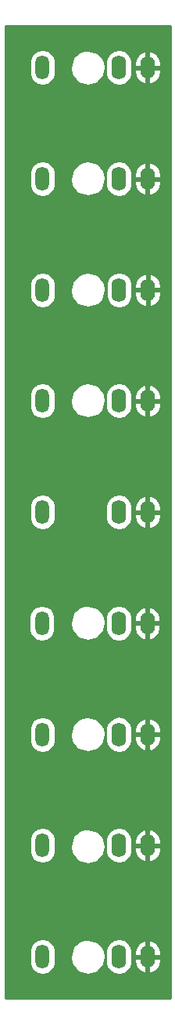
<source format=gbr>
G04 #@! TF.GenerationSoftware,KiCad,Pcbnew,(5.0.1-3-g963ef8bb5)*
G04 #@! TF.CreationDate,2019-01-13T13:31:38+08:00*
G04 #@! TF.ProjectId,PassiveMult,506173736976654D756C742E6B696361,rev?*
G04 #@! TF.SameCoordinates,PX8d9f26cPY642443c*
G04 #@! TF.FileFunction,Copper,L1,Top,Signal*
G04 #@! TF.FilePolarity,Positive*
%FSLAX46Y46*%
G04 Gerber Fmt 4.6, Leading zero omitted, Abs format (unit mm)*
G04 Created by KiCad (PCBNEW (5.0.1-3-g963ef8bb5)) date 2019 January 13, Sunday 13:31:38*
%MOMM*%
%LPD*%
G01*
G04 APERTURE LIST*
G04 #@! TA.AperFunction,ComponentPad*
%ADD10O,1.600000X2.600000*%
G04 #@! TD*
G04 #@! TA.AperFunction,ComponentPad*
%ADD11O,1.600000X2.400000*%
G04 #@! TD*
G04 #@! TA.AperFunction,ComponentPad*
%ADD12O,1.500000X2.600000*%
G04 #@! TD*
G04 #@! TA.AperFunction,Conductor*
%ADD13C,0.254000*%
G04 #@! TD*
G04 APERTURE END LIST*
D10*
G04 #@! TO.P,J9,TN*
G04 #@! TO.N,Net-(J9-PadTN)*
X3380000Y-48006000D03*
D11*
G04 #@! TO.P,J9,S*
G04 #@! TO.N,GND*
X6480000Y-48006000D03*
D12*
G04 #@! TO.P,J9,T*
G04 #@! TO.N,Net-(J7-PadT)*
X-4920000Y-48006000D03*
G04 #@! TD*
G04 #@! TO.P,J8,T*
G04 #@! TO.N,Net-(J7-PadT)*
X-4920000Y-35991800D03*
D11*
G04 #@! TO.P,J8,S*
G04 #@! TO.N,GND*
X6480000Y-35991800D03*
D10*
G04 #@! TO.P,J8,TN*
G04 #@! TO.N,Net-(J8-PadTN)*
X3380000Y-35991800D03*
G04 #@! TD*
G04 #@! TO.P,J7,TN*
G04 #@! TO.N,Net-(J4-PadT)*
X3380000Y-24003000D03*
D11*
G04 #@! TO.P,J7,S*
G04 #@! TO.N,GND*
X6480000Y-24003000D03*
D12*
G04 #@! TO.P,J7,T*
G04 #@! TO.N,Net-(J7-PadT)*
X-4920000Y-24003000D03*
G04 #@! TD*
G04 #@! TO.P,J6,T*
G04 #@! TO.N,Net-(J4-PadT)*
X-4945400Y-11988800D03*
D11*
G04 #@! TO.P,J6,S*
G04 #@! TO.N,GND*
X6454600Y-11988800D03*
D10*
G04 #@! TO.P,J6,TN*
G04 #@! TO.N,Net-(J6-PadTN)*
X3354600Y-11988800D03*
G04 #@! TD*
G04 #@! TO.P,J5,TN*
G04 #@! TO.N,Net-(J5-PadTN)*
X3380000Y0D03*
D11*
G04 #@! TO.P,J5,S*
G04 #@! TO.N,GND*
X6480000Y0D03*
D12*
G04 #@! TO.P,J5,T*
G04 #@! TO.N,Net-(J4-PadT)*
X-4920000Y0D03*
G04 #@! TD*
G04 #@! TO.P,J4,T*
G04 #@! TO.N,Net-(J4-PadT)*
X-4920000Y12014200D03*
D11*
G04 #@! TO.P,J4,S*
G04 #@! TO.N,GND*
X6480000Y12014200D03*
D10*
G04 #@! TO.P,J4,TN*
G04 #@! TO.N,Net-(J1-PadT)*
X3380000Y12014200D03*
G04 #@! TD*
G04 #@! TO.P,J3,TN*
G04 #@! TO.N,Net-(J3-PadTN)*
X3405400Y23977600D03*
D11*
G04 #@! TO.P,J3,S*
G04 #@! TO.N,GND*
X6505400Y23977600D03*
D12*
G04 #@! TO.P,J3,T*
G04 #@! TO.N,Net-(J1-PadT)*
X-4894600Y23977600D03*
G04 #@! TD*
G04 #@! TO.P,J2,T*
G04 #@! TO.N,Net-(J1-PadT)*
X-4920000Y35991800D03*
D11*
G04 #@! TO.P,J2,S*
G04 #@! TO.N,GND*
X6480000Y35991800D03*
D10*
G04 #@! TO.P,J2,TN*
G04 #@! TO.N,Net-(J2-PadTN)*
X3380000Y35991800D03*
G04 #@! TD*
G04 #@! TO.P,J1,TN*
G04 #@! TO.N,Net-(J1-PadTN)*
X3380000Y48006000D03*
D11*
G04 #@! TO.P,J1,S*
G04 #@! TO.N,GND*
X6480000Y48006000D03*
D12*
G04 #@! TO.P,J1,T*
G04 #@! TO.N,Net-(J1-PadT)*
X-4920000Y48006000D03*
G04 #@! TD*
D13*
G04 #@! TO.N,GND*
G36*
X8925000Y-52512460D02*
X-8925000Y-52512460D01*
X-8925000Y-47319594D01*
X-6305000Y-47319594D01*
X-6305000Y-48692407D01*
X-6224641Y-49096400D01*
X-5918528Y-49554529D01*
X-5460399Y-49860641D01*
X-4920000Y-49968133D01*
X-4379600Y-49860641D01*
X-3921471Y-49554529D01*
X-3615359Y-49096400D01*
X-3535000Y-48692407D01*
X-3535000Y-48026879D01*
X-1903272Y-48026879D01*
X-1776272Y-48788879D01*
X-1748564Y-48849303D01*
X-1113564Y-49611303D01*
X-1091607Y-49632042D01*
X-1046802Y-49653208D01*
X-30802Y-49907208D01*
X30802Y-49907208D01*
X1046802Y-49653208D01*
X1105803Y-49619803D01*
X1613803Y-49111803D01*
X1647208Y-49052802D01*
X1901208Y-48036802D01*
X1903272Y-47985121D01*
X1799864Y-47364668D01*
X1945000Y-47364668D01*
X1945000Y-48647333D01*
X2028260Y-49065909D01*
X2345424Y-49540577D01*
X2820092Y-49857740D01*
X3380000Y-49969113D01*
X3939909Y-49857740D01*
X4414577Y-49540577D01*
X4731740Y-49065909D01*
X4815000Y-48647333D01*
X4815000Y-48133000D01*
X5045000Y-48133000D01*
X5045000Y-48533000D01*
X5202834Y-49072483D01*
X5555104Y-49510500D01*
X6048181Y-49780367D01*
X6130961Y-49797904D01*
X6353000Y-49675915D01*
X6353000Y-48133000D01*
X6607000Y-48133000D01*
X6607000Y-49675915D01*
X6829039Y-49797904D01*
X6911819Y-49780367D01*
X7404896Y-49510500D01*
X7757166Y-49072483D01*
X7915000Y-48533000D01*
X7915000Y-48133000D01*
X6607000Y-48133000D01*
X6353000Y-48133000D01*
X5045000Y-48133000D01*
X4815000Y-48133000D01*
X4815000Y-47479000D01*
X5045000Y-47479000D01*
X5045000Y-47879000D01*
X6353000Y-47879000D01*
X6353000Y-46336085D01*
X6607000Y-46336085D01*
X6607000Y-47879000D01*
X7915000Y-47879000D01*
X7915000Y-47479000D01*
X7757166Y-46939517D01*
X7404896Y-46501500D01*
X6911819Y-46231633D01*
X6829039Y-46214096D01*
X6607000Y-46336085D01*
X6353000Y-46336085D01*
X6130961Y-46214096D01*
X6048181Y-46231633D01*
X5555104Y-46501500D01*
X5202834Y-46939517D01*
X5045000Y-47479000D01*
X4815000Y-47479000D01*
X4815000Y-47364667D01*
X4731740Y-46946091D01*
X4414576Y-46471423D01*
X3939908Y-46154260D01*
X3380000Y-46042887D01*
X2820091Y-46154260D01*
X2345423Y-46471424D01*
X2028260Y-46946092D01*
X1945000Y-47364668D01*
X1799864Y-47364668D01*
X1776272Y-47223121D01*
X1748564Y-47162697D01*
X1113564Y-46400697D01*
X1091607Y-46379958D01*
X1046802Y-46358792D01*
X30802Y-46104792D01*
X0Y-46101000D01*
X-127000Y-46101000D01*
X-151907Y-46103466D01*
X-786907Y-46230466D01*
X-843303Y-46257436D01*
X-1605303Y-46892436D01*
X-1626042Y-46914393D01*
X-1647208Y-46959198D01*
X-1901208Y-47975198D01*
X-1903272Y-48026879D01*
X-3535000Y-48026879D01*
X-3535000Y-47319593D01*
X-3615359Y-46915600D01*
X-3921472Y-46457471D01*
X-4379601Y-46151359D01*
X-4920000Y-46043867D01*
X-5460400Y-46151359D01*
X-5918529Y-46457472D01*
X-6224641Y-46915601D01*
X-6305000Y-47319594D01*
X-8925000Y-47319594D01*
X-8925000Y-35305394D01*
X-6305000Y-35305394D01*
X-6305000Y-36678207D01*
X-6224641Y-37082200D01*
X-5918528Y-37540329D01*
X-5460399Y-37846441D01*
X-4920000Y-37953933D01*
X-4379600Y-37846441D01*
X-3921471Y-37540329D01*
X-3615359Y-37082200D01*
X-3535000Y-36678207D01*
X-3535000Y-36088879D01*
X-1903272Y-36088879D01*
X-1776272Y-36850879D01*
X-1748564Y-36911303D01*
X-1113564Y-37673303D01*
X-1091607Y-37694042D01*
X-1046802Y-37715208D01*
X-30802Y-37969208D01*
X30802Y-37969208D01*
X1046802Y-37715208D01*
X1105803Y-37681803D01*
X1613803Y-37173803D01*
X1647208Y-37114802D01*
X1901208Y-36098802D01*
X1903272Y-36047121D01*
X1787164Y-35350468D01*
X1945000Y-35350468D01*
X1945000Y-36633133D01*
X2028260Y-37051709D01*
X2345424Y-37526377D01*
X2820092Y-37843540D01*
X3380000Y-37954913D01*
X3939909Y-37843540D01*
X4414577Y-37526377D01*
X4731740Y-37051709D01*
X4815000Y-36633133D01*
X4815000Y-36118800D01*
X5045000Y-36118800D01*
X5045000Y-36518800D01*
X5202834Y-37058283D01*
X5555104Y-37496300D01*
X6048181Y-37766167D01*
X6130961Y-37783704D01*
X6353000Y-37661715D01*
X6353000Y-36118800D01*
X6607000Y-36118800D01*
X6607000Y-37661715D01*
X6829039Y-37783704D01*
X6911819Y-37766167D01*
X7404896Y-37496300D01*
X7757166Y-37058283D01*
X7915000Y-36518800D01*
X7915000Y-36118800D01*
X6607000Y-36118800D01*
X6353000Y-36118800D01*
X5045000Y-36118800D01*
X4815000Y-36118800D01*
X4815000Y-35464800D01*
X5045000Y-35464800D01*
X5045000Y-35864800D01*
X6353000Y-35864800D01*
X6353000Y-34321885D01*
X6607000Y-34321885D01*
X6607000Y-35864800D01*
X7915000Y-35864800D01*
X7915000Y-35464800D01*
X7757166Y-34925317D01*
X7404896Y-34487300D01*
X6911819Y-34217433D01*
X6829039Y-34199896D01*
X6607000Y-34321885D01*
X6353000Y-34321885D01*
X6130961Y-34199896D01*
X6048181Y-34217433D01*
X5555104Y-34487300D01*
X5202834Y-34925317D01*
X5045000Y-35464800D01*
X4815000Y-35464800D01*
X4815000Y-35350467D01*
X4731740Y-34931891D01*
X4414576Y-34457223D01*
X3939908Y-34140060D01*
X3380000Y-34028687D01*
X2820091Y-34140060D01*
X2345423Y-34457224D01*
X2028260Y-34931892D01*
X1945000Y-35350468D01*
X1787164Y-35350468D01*
X1776272Y-35285121D01*
X1748564Y-35224697D01*
X1113564Y-34462697D01*
X1091607Y-34441958D01*
X1046802Y-34420792D01*
X30802Y-34166792D01*
X0Y-34163000D01*
X-127000Y-34163000D01*
X-151907Y-34165466D01*
X-786907Y-34292466D01*
X-843303Y-34319436D01*
X-1605303Y-34954436D01*
X-1626042Y-34976393D01*
X-1647208Y-35021198D01*
X-1901208Y-36037198D01*
X-1903272Y-36088879D01*
X-3535000Y-36088879D01*
X-3535000Y-35305393D01*
X-3615359Y-34901400D01*
X-3921472Y-34443271D01*
X-4379601Y-34137159D01*
X-4920000Y-34029667D01*
X-5460400Y-34137159D01*
X-5918529Y-34443272D01*
X-6224641Y-34901401D01*
X-6305000Y-35305394D01*
X-8925000Y-35305394D01*
X-8925000Y-23316594D01*
X-6305000Y-23316594D01*
X-6305000Y-24689407D01*
X-6224641Y-25093400D01*
X-5918528Y-25551529D01*
X-5460399Y-25857641D01*
X-4920000Y-25965133D01*
X-4379600Y-25857641D01*
X-3921471Y-25551529D01*
X-3615359Y-25093400D01*
X-3535000Y-24689407D01*
X-3535000Y-24023879D01*
X-1903272Y-24023879D01*
X-1776272Y-24785879D01*
X-1748564Y-24846303D01*
X-1113564Y-25608303D01*
X-1091607Y-25629042D01*
X-1046802Y-25650208D01*
X-30802Y-25904208D01*
X30802Y-25904208D01*
X1046802Y-25650208D01*
X1105803Y-25616803D01*
X1613803Y-25108803D01*
X1647208Y-25049802D01*
X1901208Y-24033802D01*
X1903272Y-23982121D01*
X1799864Y-23361668D01*
X1945000Y-23361668D01*
X1945000Y-24644333D01*
X2028260Y-25062909D01*
X2345424Y-25537577D01*
X2820092Y-25854740D01*
X3380000Y-25966113D01*
X3939909Y-25854740D01*
X4414577Y-25537577D01*
X4731740Y-25062909D01*
X4815000Y-24644333D01*
X4815000Y-24130000D01*
X5045000Y-24130000D01*
X5045000Y-24530000D01*
X5202834Y-25069483D01*
X5555104Y-25507500D01*
X6048181Y-25777367D01*
X6130961Y-25794904D01*
X6353000Y-25672915D01*
X6353000Y-24130000D01*
X6607000Y-24130000D01*
X6607000Y-25672915D01*
X6829039Y-25794904D01*
X6911819Y-25777367D01*
X7404896Y-25507500D01*
X7757166Y-25069483D01*
X7915000Y-24530000D01*
X7915000Y-24130000D01*
X6607000Y-24130000D01*
X6353000Y-24130000D01*
X5045000Y-24130000D01*
X4815000Y-24130000D01*
X4815000Y-23476000D01*
X5045000Y-23476000D01*
X5045000Y-23876000D01*
X6353000Y-23876000D01*
X6353000Y-22333085D01*
X6607000Y-22333085D01*
X6607000Y-23876000D01*
X7915000Y-23876000D01*
X7915000Y-23476000D01*
X7757166Y-22936517D01*
X7404896Y-22498500D01*
X6911819Y-22228633D01*
X6829039Y-22211096D01*
X6607000Y-22333085D01*
X6353000Y-22333085D01*
X6130961Y-22211096D01*
X6048181Y-22228633D01*
X5555104Y-22498500D01*
X5202834Y-22936517D01*
X5045000Y-23476000D01*
X4815000Y-23476000D01*
X4815000Y-23361667D01*
X4731740Y-22943091D01*
X4414576Y-22468423D01*
X3939908Y-22151260D01*
X3380000Y-22039887D01*
X2820091Y-22151260D01*
X2345423Y-22468424D01*
X2028260Y-22943092D01*
X1945000Y-23361668D01*
X1799864Y-23361668D01*
X1776272Y-23220121D01*
X1748564Y-23159697D01*
X1113564Y-22397697D01*
X1091607Y-22376958D01*
X1046802Y-22355792D01*
X30802Y-22101792D01*
X0Y-22098000D01*
X-127000Y-22098000D01*
X-151907Y-22100466D01*
X-786907Y-22227466D01*
X-843303Y-22254436D01*
X-1605303Y-22889436D01*
X-1626042Y-22911393D01*
X-1647208Y-22956198D01*
X-1901208Y-23972198D01*
X-1903272Y-24023879D01*
X-3535000Y-24023879D01*
X-3535000Y-23316593D01*
X-3615359Y-22912600D01*
X-3921472Y-22454471D01*
X-4379601Y-22148359D01*
X-4920000Y-22040867D01*
X-5460400Y-22148359D01*
X-5918529Y-22454472D01*
X-6224641Y-22912601D01*
X-6305000Y-23316594D01*
X-8925000Y-23316594D01*
X-8925000Y-11302394D01*
X-6330400Y-11302394D01*
X-6330400Y-12675207D01*
X-6250041Y-13079200D01*
X-5943928Y-13537329D01*
X-5485799Y-13843441D01*
X-4945400Y-13950933D01*
X-4405000Y-13843441D01*
X-3946871Y-13537329D01*
X-3640759Y-13079200D01*
X-3560400Y-12675207D01*
X-3560400Y-11958879D01*
X-1903272Y-11958879D01*
X-1776272Y-12720879D01*
X-1748564Y-12781303D01*
X-1113564Y-13543303D01*
X-1091607Y-13564042D01*
X-1046802Y-13585208D01*
X-30802Y-13839208D01*
X30802Y-13839208D01*
X1046802Y-13585208D01*
X1105803Y-13551803D01*
X1613803Y-13043803D01*
X1647208Y-12984802D01*
X1901208Y-11968802D01*
X1903272Y-11917121D01*
X1808330Y-11347468D01*
X1919600Y-11347468D01*
X1919600Y-12630133D01*
X2002860Y-13048709D01*
X2320024Y-13523377D01*
X2794692Y-13840540D01*
X3354600Y-13951913D01*
X3914509Y-13840540D01*
X4389177Y-13523377D01*
X4706340Y-13048709D01*
X4789600Y-12630133D01*
X4789600Y-12115800D01*
X5019600Y-12115800D01*
X5019600Y-12515800D01*
X5177434Y-13055283D01*
X5529704Y-13493300D01*
X6022781Y-13763167D01*
X6105561Y-13780704D01*
X6327600Y-13658715D01*
X6327600Y-12115800D01*
X6581600Y-12115800D01*
X6581600Y-13658715D01*
X6803639Y-13780704D01*
X6886419Y-13763167D01*
X7379496Y-13493300D01*
X7731766Y-13055283D01*
X7889600Y-12515800D01*
X7889600Y-12115800D01*
X6581600Y-12115800D01*
X6327600Y-12115800D01*
X5019600Y-12115800D01*
X4789600Y-12115800D01*
X4789600Y-11461800D01*
X5019600Y-11461800D01*
X5019600Y-11861800D01*
X6327600Y-11861800D01*
X6327600Y-10318885D01*
X6581600Y-10318885D01*
X6581600Y-11861800D01*
X7889600Y-11861800D01*
X7889600Y-11461800D01*
X7731766Y-10922317D01*
X7379496Y-10484300D01*
X6886419Y-10214433D01*
X6803639Y-10196896D01*
X6581600Y-10318885D01*
X6327600Y-10318885D01*
X6105561Y-10196896D01*
X6022781Y-10214433D01*
X5529704Y-10484300D01*
X5177434Y-10922317D01*
X5019600Y-11461800D01*
X4789600Y-11461800D01*
X4789600Y-11347467D01*
X4706340Y-10928891D01*
X4389176Y-10454223D01*
X3914508Y-10137060D01*
X3354600Y-10025687D01*
X2794691Y-10137060D01*
X2320023Y-10454224D01*
X2002860Y-10928892D01*
X1919600Y-11347468D01*
X1808330Y-11347468D01*
X1776272Y-11155121D01*
X1748564Y-11094697D01*
X1113564Y-10332697D01*
X1091607Y-10311958D01*
X1046802Y-10290792D01*
X30802Y-10036792D01*
X0Y-10033000D01*
X-127000Y-10033000D01*
X-151907Y-10035466D01*
X-786907Y-10162466D01*
X-843303Y-10189436D01*
X-1605303Y-10824436D01*
X-1626042Y-10846393D01*
X-1647208Y-10891198D01*
X-1901208Y-11907198D01*
X-1903272Y-11958879D01*
X-3560400Y-11958879D01*
X-3560400Y-11302393D01*
X-3640759Y-10898400D01*
X-3946872Y-10440271D01*
X-4405001Y-10134159D01*
X-4945400Y-10026667D01*
X-5485800Y-10134159D01*
X-5943929Y-10440272D01*
X-6250041Y-10898401D01*
X-6330400Y-11302394D01*
X-8925000Y-11302394D01*
X-8925000Y686406D01*
X-6305000Y686406D01*
X-6305000Y-686407D01*
X-6224641Y-1090400D01*
X-5918528Y-1548529D01*
X-5460399Y-1854641D01*
X-4920000Y-1962133D01*
X-4379600Y-1854641D01*
X-3921471Y-1548529D01*
X-3615359Y-1090400D01*
X-3535000Y-686407D01*
X-3535000Y641332D01*
X1945000Y641332D01*
X1945000Y-641333D01*
X2028260Y-1059909D01*
X2345424Y-1534577D01*
X2820092Y-1851740D01*
X3380000Y-1963113D01*
X3939909Y-1851740D01*
X4414577Y-1534577D01*
X4731740Y-1059909D01*
X4815000Y-641333D01*
X4815000Y-127000D01*
X5045000Y-127000D01*
X5045000Y-527000D01*
X5202834Y-1066483D01*
X5555104Y-1504500D01*
X6048181Y-1774367D01*
X6130961Y-1791904D01*
X6353000Y-1669915D01*
X6353000Y-127000D01*
X6607000Y-127000D01*
X6607000Y-1669915D01*
X6829039Y-1791904D01*
X6911819Y-1774367D01*
X7404896Y-1504500D01*
X7757166Y-1066483D01*
X7915000Y-527000D01*
X7915000Y-127000D01*
X6607000Y-127000D01*
X6353000Y-127000D01*
X5045000Y-127000D01*
X4815000Y-127000D01*
X4815000Y527000D01*
X5045000Y527000D01*
X5045000Y127000D01*
X6353000Y127000D01*
X6353000Y1669915D01*
X6607000Y1669915D01*
X6607000Y127000D01*
X7915000Y127000D01*
X7915000Y527000D01*
X7757166Y1066483D01*
X7404896Y1504500D01*
X6911819Y1774367D01*
X6829039Y1791904D01*
X6607000Y1669915D01*
X6353000Y1669915D01*
X6130961Y1791904D01*
X6048181Y1774367D01*
X5555104Y1504500D01*
X5202834Y1066483D01*
X5045000Y527000D01*
X4815000Y527000D01*
X4815000Y641333D01*
X4731740Y1059909D01*
X4414576Y1534577D01*
X3939908Y1851740D01*
X3380000Y1963113D01*
X2820091Y1851740D01*
X2345423Y1534576D01*
X2028260Y1059908D01*
X1945000Y641332D01*
X-3535000Y641332D01*
X-3535000Y686407D01*
X-3615359Y1090400D01*
X-3921472Y1548529D01*
X-4379601Y1854641D01*
X-4920000Y1962133D01*
X-5460400Y1854641D01*
X-5918529Y1548528D01*
X-6224641Y1090399D01*
X-6305000Y686406D01*
X-8925000Y686406D01*
X-8925000Y12700606D01*
X-6305000Y12700606D01*
X-6305000Y11327793D01*
X-6224641Y10923800D01*
X-5918528Y10465671D01*
X-5460399Y10159559D01*
X-4920000Y10052067D01*
X-4379600Y10159559D01*
X-3921471Y10465671D01*
X-3615359Y10923800D01*
X-3535000Y11327793D01*
X-3535000Y12044121D01*
X-1886300Y12044121D01*
X-1759300Y11282121D01*
X-1731592Y11221697D01*
X-1096592Y10459697D01*
X-1074635Y10438958D01*
X-1029830Y10417792D01*
X-13830Y10163792D01*
X47774Y10163792D01*
X1063774Y10417792D01*
X1122775Y10451197D01*
X1630775Y10959197D01*
X1664180Y11018198D01*
X1918180Y12034198D01*
X1920244Y12085879D01*
X1825302Y12655532D01*
X1945000Y12655532D01*
X1945000Y11372867D01*
X2028260Y10954291D01*
X2345424Y10479623D01*
X2820092Y10162460D01*
X3380000Y10051087D01*
X3939909Y10162460D01*
X4414577Y10479623D01*
X4731740Y10954291D01*
X4815000Y11372867D01*
X4815000Y11887200D01*
X5045000Y11887200D01*
X5045000Y11487200D01*
X5202834Y10947717D01*
X5555104Y10509700D01*
X6048181Y10239833D01*
X6130961Y10222296D01*
X6353000Y10344285D01*
X6353000Y11887200D01*
X6607000Y11887200D01*
X6607000Y10344285D01*
X6829039Y10222296D01*
X6911819Y10239833D01*
X7404896Y10509700D01*
X7757166Y10947717D01*
X7915000Y11487200D01*
X7915000Y11887200D01*
X6607000Y11887200D01*
X6353000Y11887200D01*
X5045000Y11887200D01*
X4815000Y11887200D01*
X4815000Y12541200D01*
X5045000Y12541200D01*
X5045000Y12141200D01*
X6353000Y12141200D01*
X6353000Y13684115D01*
X6607000Y13684115D01*
X6607000Y12141200D01*
X7915000Y12141200D01*
X7915000Y12541200D01*
X7757166Y13080683D01*
X7404896Y13518700D01*
X6911819Y13788567D01*
X6829039Y13806104D01*
X6607000Y13684115D01*
X6353000Y13684115D01*
X6130961Y13806104D01*
X6048181Y13788567D01*
X5555104Y13518700D01*
X5202834Y13080683D01*
X5045000Y12541200D01*
X4815000Y12541200D01*
X4815000Y12655533D01*
X4731740Y13074109D01*
X4414576Y13548777D01*
X3939908Y13865940D01*
X3380000Y13977313D01*
X2820091Y13865940D01*
X2345423Y13548776D01*
X2028260Y13074108D01*
X1945000Y12655532D01*
X1825302Y12655532D01*
X1793244Y12847879D01*
X1765536Y12908303D01*
X1130536Y13670303D01*
X1108579Y13691042D01*
X1063774Y13712208D01*
X47774Y13966208D01*
X16972Y13970000D01*
X-110028Y13970000D01*
X-134935Y13967534D01*
X-769935Y13840534D01*
X-826331Y13813564D01*
X-1588331Y13178564D01*
X-1609070Y13156607D01*
X-1630236Y13111802D01*
X-1884236Y12095802D01*
X-1886300Y12044121D01*
X-3535000Y12044121D01*
X-3535000Y12700607D01*
X-3615359Y13104600D01*
X-3921472Y13562729D01*
X-4379601Y13868841D01*
X-4920000Y13976333D01*
X-5460400Y13868841D01*
X-5918529Y13562728D01*
X-6224641Y13104599D01*
X-6305000Y12700606D01*
X-8925000Y12700606D01*
X-8925000Y24664006D01*
X-6279600Y24664006D01*
X-6279600Y23291193D01*
X-6199241Y22887200D01*
X-5893128Y22429071D01*
X-5434999Y22122959D01*
X-4894600Y22015467D01*
X-4354200Y22122959D01*
X-3896071Y22429071D01*
X-3589959Y22887200D01*
X-3509600Y23291193D01*
X-3509600Y23982121D01*
X-1886300Y23982121D01*
X-1759300Y23220121D01*
X-1731592Y23159697D01*
X-1096592Y22397697D01*
X-1074635Y22376958D01*
X-1029830Y22355792D01*
X-13830Y22101792D01*
X47774Y22101792D01*
X1063774Y22355792D01*
X1122775Y22389197D01*
X1630775Y22897197D01*
X1664180Y22956198D01*
X1918180Y23972198D01*
X1920244Y24023879D01*
X1821069Y24618932D01*
X1970400Y24618932D01*
X1970400Y23336267D01*
X2053660Y22917691D01*
X2370824Y22443023D01*
X2845492Y22125860D01*
X3405400Y22014487D01*
X3965309Y22125860D01*
X4439977Y22443023D01*
X4757140Y22917691D01*
X4840400Y23336267D01*
X4840400Y23850600D01*
X5070400Y23850600D01*
X5070400Y23450600D01*
X5228234Y22911117D01*
X5580504Y22473100D01*
X6073581Y22203233D01*
X6156361Y22185696D01*
X6378400Y22307685D01*
X6378400Y23850600D01*
X6632400Y23850600D01*
X6632400Y22307685D01*
X6854439Y22185696D01*
X6937219Y22203233D01*
X7430296Y22473100D01*
X7782566Y22911117D01*
X7940400Y23450600D01*
X7940400Y23850600D01*
X6632400Y23850600D01*
X6378400Y23850600D01*
X5070400Y23850600D01*
X4840400Y23850600D01*
X4840400Y24504600D01*
X5070400Y24504600D01*
X5070400Y24104600D01*
X6378400Y24104600D01*
X6378400Y25647515D01*
X6632400Y25647515D01*
X6632400Y24104600D01*
X7940400Y24104600D01*
X7940400Y24504600D01*
X7782566Y25044083D01*
X7430296Y25482100D01*
X6937219Y25751967D01*
X6854439Y25769504D01*
X6632400Y25647515D01*
X6378400Y25647515D01*
X6156361Y25769504D01*
X6073581Y25751967D01*
X5580504Y25482100D01*
X5228234Y25044083D01*
X5070400Y24504600D01*
X4840400Y24504600D01*
X4840400Y24618933D01*
X4757140Y25037509D01*
X4439976Y25512177D01*
X3965308Y25829340D01*
X3405400Y25940713D01*
X2845491Y25829340D01*
X2370823Y25512176D01*
X2053660Y25037508D01*
X1970400Y24618932D01*
X1821069Y24618932D01*
X1793244Y24785879D01*
X1765536Y24846303D01*
X1130536Y25608303D01*
X1108579Y25629042D01*
X1063774Y25650208D01*
X47774Y25904208D01*
X16972Y25908000D01*
X-110028Y25908000D01*
X-134935Y25905534D01*
X-769935Y25778534D01*
X-826331Y25751564D01*
X-1588331Y25116564D01*
X-1609070Y25094607D01*
X-1630236Y25049802D01*
X-1884236Y24033802D01*
X-1886300Y23982121D01*
X-3509600Y23982121D01*
X-3509600Y24664007D01*
X-3589959Y25068000D01*
X-3896072Y25526129D01*
X-4354201Y25832241D01*
X-4894600Y25939733D01*
X-5435000Y25832241D01*
X-5893129Y25526128D01*
X-6199241Y25067999D01*
X-6279600Y24664006D01*
X-8925000Y24664006D01*
X-8925000Y36678206D01*
X-6305000Y36678206D01*
X-6305000Y35305393D01*
X-6224641Y34901400D01*
X-5918528Y34443271D01*
X-5460399Y34137159D01*
X-4920000Y34029667D01*
X-4379600Y34137159D01*
X-3921471Y34443271D01*
X-3615359Y34901400D01*
X-3535000Y35305393D01*
X-3535000Y35988009D01*
X-1886300Y35988009D01*
X-1759300Y35226009D01*
X-1731592Y35165585D01*
X-1096592Y34403585D01*
X-1074635Y34382846D01*
X-1029830Y34361680D01*
X-13830Y34107680D01*
X47774Y34107680D01*
X1063774Y34361680D01*
X1122775Y34395085D01*
X1630775Y34903085D01*
X1664180Y34962086D01*
X1918180Y35978086D01*
X1920244Y36029767D01*
X1819684Y36633132D01*
X1945000Y36633132D01*
X1945000Y35350467D01*
X2028260Y34931891D01*
X2345424Y34457223D01*
X2820092Y34140060D01*
X3380000Y34028687D01*
X3939909Y34140060D01*
X4414577Y34457223D01*
X4731740Y34931891D01*
X4815000Y35350467D01*
X4815000Y35864800D01*
X5045000Y35864800D01*
X5045000Y35464800D01*
X5202834Y34925317D01*
X5555104Y34487300D01*
X6048181Y34217433D01*
X6130961Y34199896D01*
X6353000Y34321885D01*
X6353000Y35864800D01*
X6607000Y35864800D01*
X6607000Y34321885D01*
X6829039Y34199896D01*
X6911819Y34217433D01*
X7404896Y34487300D01*
X7757166Y34925317D01*
X7915000Y35464800D01*
X7915000Y35864800D01*
X6607000Y35864800D01*
X6353000Y35864800D01*
X5045000Y35864800D01*
X4815000Y35864800D01*
X4815000Y36518800D01*
X5045000Y36518800D01*
X5045000Y36118800D01*
X6353000Y36118800D01*
X6353000Y37661715D01*
X6607000Y37661715D01*
X6607000Y36118800D01*
X7915000Y36118800D01*
X7915000Y36518800D01*
X7757166Y37058283D01*
X7404896Y37496300D01*
X6911819Y37766167D01*
X6829039Y37783704D01*
X6607000Y37661715D01*
X6353000Y37661715D01*
X6130961Y37783704D01*
X6048181Y37766167D01*
X5555104Y37496300D01*
X5202834Y37058283D01*
X5045000Y36518800D01*
X4815000Y36518800D01*
X4815000Y36633133D01*
X4731740Y37051709D01*
X4414576Y37526377D01*
X3939908Y37843540D01*
X3380000Y37954913D01*
X2820091Y37843540D01*
X2345423Y37526376D01*
X2028260Y37051708D01*
X1945000Y36633132D01*
X1819684Y36633132D01*
X1793244Y36791767D01*
X1765536Y36852191D01*
X1130536Y37614191D01*
X1108579Y37634930D01*
X1063774Y37656096D01*
X47774Y37910096D01*
X16972Y37913888D01*
X-110028Y37913888D01*
X-134935Y37911422D01*
X-769935Y37784422D01*
X-826331Y37757452D01*
X-1588331Y37122452D01*
X-1609070Y37100495D01*
X-1630236Y37055690D01*
X-1884236Y36039690D01*
X-1886300Y35988009D01*
X-3535000Y35988009D01*
X-3535000Y36678207D01*
X-3615359Y37082200D01*
X-3921472Y37540329D01*
X-4379601Y37846441D01*
X-4920000Y37953933D01*
X-5460400Y37846441D01*
X-5918529Y37540328D01*
X-6224641Y37082199D01*
X-6305000Y36678206D01*
X-8925000Y36678206D01*
X-8925000Y48692406D01*
X-6305000Y48692406D01*
X-6305000Y47319593D01*
X-6224641Y46915600D01*
X-5918528Y46457471D01*
X-5460399Y46151359D01*
X-4920000Y46043867D01*
X-4379600Y46151359D01*
X-3921471Y46457471D01*
X-3615359Y46915600D01*
X-3535000Y47319593D01*
X-3535000Y47985121D01*
X-1903272Y47985121D01*
X-1776272Y47223121D01*
X-1748564Y47162697D01*
X-1113564Y46400697D01*
X-1091607Y46379958D01*
X-1046802Y46358792D01*
X-30802Y46104792D01*
X30802Y46104792D01*
X1046802Y46358792D01*
X1105803Y46392197D01*
X1613803Y46900197D01*
X1647208Y46959198D01*
X1901208Y47975198D01*
X1903272Y48026879D01*
X1799864Y48647332D01*
X1945000Y48647332D01*
X1945000Y47364667D01*
X2028260Y46946091D01*
X2345424Y46471423D01*
X2820092Y46154260D01*
X3380000Y46042887D01*
X3939909Y46154260D01*
X4414577Y46471423D01*
X4731740Y46946091D01*
X4815000Y47364667D01*
X4815000Y47879000D01*
X5045000Y47879000D01*
X5045000Y47479000D01*
X5202834Y46939517D01*
X5555104Y46501500D01*
X6048181Y46231633D01*
X6130961Y46214096D01*
X6353000Y46336085D01*
X6353000Y47879000D01*
X6607000Y47879000D01*
X6607000Y46336085D01*
X6829039Y46214096D01*
X6911819Y46231633D01*
X7404896Y46501500D01*
X7757166Y46939517D01*
X7915000Y47479000D01*
X7915000Y47879000D01*
X6607000Y47879000D01*
X6353000Y47879000D01*
X5045000Y47879000D01*
X4815000Y47879000D01*
X4815000Y48533000D01*
X5045000Y48533000D01*
X5045000Y48133000D01*
X6353000Y48133000D01*
X6353000Y49675915D01*
X6607000Y49675915D01*
X6607000Y48133000D01*
X7915000Y48133000D01*
X7915000Y48533000D01*
X7757166Y49072483D01*
X7404896Y49510500D01*
X6911819Y49780367D01*
X6829039Y49797904D01*
X6607000Y49675915D01*
X6353000Y49675915D01*
X6130961Y49797904D01*
X6048181Y49780367D01*
X5555104Y49510500D01*
X5202834Y49072483D01*
X5045000Y48533000D01*
X4815000Y48533000D01*
X4815000Y48647333D01*
X4731740Y49065909D01*
X4414576Y49540577D01*
X3939908Y49857740D01*
X3380000Y49969113D01*
X2820091Y49857740D01*
X2345423Y49540576D01*
X2028260Y49065908D01*
X1945000Y48647332D01*
X1799864Y48647332D01*
X1776272Y48788879D01*
X1748564Y48849303D01*
X1113564Y49611303D01*
X1091607Y49632042D01*
X1046802Y49653208D01*
X30802Y49907208D01*
X0Y49911000D01*
X-127000Y49911000D01*
X-151907Y49908534D01*
X-786907Y49781534D01*
X-843303Y49754564D01*
X-1605303Y49119564D01*
X-1626042Y49097607D01*
X-1647208Y49052802D01*
X-1901208Y48036802D01*
X-1903272Y47985121D01*
X-3535000Y47985121D01*
X-3535000Y48692407D01*
X-3615359Y49096400D01*
X-3921472Y49554529D01*
X-4379601Y49860641D01*
X-4920000Y49968133D01*
X-5460400Y49860641D01*
X-5918529Y49554528D01*
X-6224641Y49096399D01*
X-6305000Y48692406D01*
X-8925000Y48692406D01*
X-8925000Y52517540D01*
X8925001Y52517540D01*
X8925000Y-52512460D01*
X8925000Y-52512460D01*
G37*
X8925000Y-52512460D02*
X-8925000Y-52512460D01*
X-8925000Y-47319594D01*
X-6305000Y-47319594D01*
X-6305000Y-48692407D01*
X-6224641Y-49096400D01*
X-5918528Y-49554529D01*
X-5460399Y-49860641D01*
X-4920000Y-49968133D01*
X-4379600Y-49860641D01*
X-3921471Y-49554529D01*
X-3615359Y-49096400D01*
X-3535000Y-48692407D01*
X-3535000Y-48026879D01*
X-1903272Y-48026879D01*
X-1776272Y-48788879D01*
X-1748564Y-48849303D01*
X-1113564Y-49611303D01*
X-1091607Y-49632042D01*
X-1046802Y-49653208D01*
X-30802Y-49907208D01*
X30802Y-49907208D01*
X1046802Y-49653208D01*
X1105803Y-49619803D01*
X1613803Y-49111803D01*
X1647208Y-49052802D01*
X1901208Y-48036802D01*
X1903272Y-47985121D01*
X1799864Y-47364668D01*
X1945000Y-47364668D01*
X1945000Y-48647333D01*
X2028260Y-49065909D01*
X2345424Y-49540577D01*
X2820092Y-49857740D01*
X3380000Y-49969113D01*
X3939909Y-49857740D01*
X4414577Y-49540577D01*
X4731740Y-49065909D01*
X4815000Y-48647333D01*
X4815000Y-48133000D01*
X5045000Y-48133000D01*
X5045000Y-48533000D01*
X5202834Y-49072483D01*
X5555104Y-49510500D01*
X6048181Y-49780367D01*
X6130961Y-49797904D01*
X6353000Y-49675915D01*
X6353000Y-48133000D01*
X6607000Y-48133000D01*
X6607000Y-49675915D01*
X6829039Y-49797904D01*
X6911819Y-49780367D01*
X7404896Y-49510500D01*
X7757166Y-49072483D01*
X7915000Y-48533000D01*
X7915000Y-48133000D01*
X6607000Y-48133000D01*
X6353000Y-48133000D01*
X5045000Y-48133000D01*
X4815000Y-48133000D01*
X4815000Y-47479000D01*
X5045000Y-47479000D01*
X5045000Y-47879000D01*
X6353000Y-47879000D01*
X6353000Y-46336085D01*
X6607000Y-46336085D01*
X6607000Y-47879000D01*
X7915000Y-47879000D01*
X7915000Y-47479000D01*
X7757166Y-46939517D01*
X7404896Y-46501500D01*
X6911819Y-46231633D01*
X6829039Y-46214096D01*
X6607000Y-46336085D01*
X6353000Y-46336085D01*
X6130961Y-46214096D01*
X6048181Y-46231633D01*
X5555104Y-46501500D01*
X5202834Y-46939517D01*
X5045000Y-47479000D01*
X4815000Y-47479000D01*
X4815000Y-47364667D01*
X4731740Y-46946091D01*
X4414576Y-46471423D01*
X3939908Y-46154260D01*
X3380000Y-46042887D01*
X2820091Y-46154260D01*
X2345423Y-46471424D01*
X2028260Y-46946092D01*
X1945000Y-47364668D01*
X1799864Y-47364668D01*
X1776272Y-47223121D01*
X1748564Y-47162697D01*
X1113564Y-46400697D01*
X1091607Y-46379958D01*
X1046802Y-46358792D01*
X30802Y-46104792D01*
X0Y-46101000D01*
X-127000Y-46101000D01*
X-151907Y-46103466D01*
X-786907Y-46230466D01*
X-843303Y-46257436D01*
X-1605303Y-46892436D01*
X-1626042Y-46914393D01*
X-1647208Y-46959198D01*
X-1901208Y-47975198D01*
X-1903272Y-48026879D01*
X-3535000Y-48026879D01*
X-3535000Y-47319593D01*
X-3615359Y-46915600D01*
X-3921472Y-46457471D01*
X-4379601Y-46151359D01*
X-4920000Y-46043867D01*
X-5460400Y-46151359D01*
X-5918529Y-46457472D01*
X-6224641Y-46915601D01*
X-6305000Y-47319594D01*
X-8925000Y-47319594D01*
X-8925000Y-35305394D01*
X-6305000Y-35305394D01*
X-6305000Y-36678207D01*
X-6224641Y-37082200D01*
X-5918528Y-37540329D01*
X-5460399Y-37846441D01*
X-4920000Y-37953933D01*
X-4379600Y-37846441D01*
X-3921471Y-37540329D01*
X-3615359Y-37082200D01*
X-3535000Y-36678207D01*
X-3535000Y-36088879D01*
X-1903272Y-36088879D01*
X-1776272Y-36850879D01*
X-1748564Y-36911303D01*
X-1113564Y-37673303D01*
X-1091607Y-37694042D01*
X-1046802Y-37715208D01*
X-30802Y-37969208D01*
X30802Y-37969208D01*
X1046802Y-37715208D01*
X1105803Y-37681803D01*
X1613803Y-37173803D01*
X1647208Y-37114802D01*
X1901208Y-36098802D01*
X1903272Y-36047121D01*
X1787164Y-35350468D01*
X1945000Y-35350468D01*
X1945000Y-36633133D01*
X2028260Y-37051709D01*
X2345424Y-37526377D01*
X2820092Y-37843540D01*
X3380000Y-37954913D01*
X3939909Y-37843540D01*
X4414577Y-37526377D01*
X4731740Y-37051709D01*
X4815000Y-36633133D01*
X4815000Y-36118800D01*
X5045000Y-36118800D01*
X5045000Y-36518800D01*
X5202834Y-37058283D01*
X5555104Y-37496300D01*
X6048181Y-37766167D01*
X6130961Y-37783704D01*
X6353000Y-37661715D01*
X6353000Y-36118800D01*
X6607000Y-36118800D01*
X6607000Y-37661715D01*
X6829039Y-37783704D01*
X6911819Y-37766167D01*
X7404896Y-37496300D01*
X7757166Y-37058283D01*
X7915000Y-36518800D01*
X7915000Y-36118800D01*
X6607000Y-36118800D01*
X6353000Y-36118800D01*
X5045000Y-36118800D01*
X4815000Y-36118800D01*
X4815000Y-35464800D01*
X5045000Y-35464800D01*
X5045000Y-35864800D01*
X6353000Y-35864800D01*
X6353000Y-34321885D01*
X6607000Y-34321885D01*
X6607000Y-35864800D01*
X7915000Y-35864800D01*
X7915000Y-35464800D01*
X7757166Y-34925317D01*
X7404896Y-34487300D01*
X6911819Y-34217433D01*
X6829039Y-34199896D01*
X6607000Y-34321885D01*
X6353000Y-34321885D01*
X6130961Y-34199896D01*
X6048181Y-34217433D01*
X5555104Y-34487300D01*
X5202834Y-34925317D01*
X5045000Y-35464800D01*
X4815000Y-35464800D01*
X4815000Y-35350467D01*
X4731740Y-34931891D01*
X4414576Y-34457223D01*
X3939908Y-34140060D01*
X3380000Y-34028687D01*
X2820091Y-34140060D01*
X2345423Y-34457224D01*
X2028260Y-34931892D01*
X1945000Y-35350468D01*
X1787164Y-35350468D01*
X1776272Y-35285121D01*
X1748564Y-35224697D01*
X1113564Y-34462697D01*
X1091607Y-34441958D01*
X1046802Y-34420792D01*
X30802Y-34166792D01*
X0Y-34163000D01*
X-127000Y-34163000D01*
X-151907Y-34165466D01*
X-786907Y-34292466D01*
X-843303Y-34319436D01*
X-1605303Y-34954436D01*
X-1626042Y-34976393D01*
X-1647208Y-35021198D01*
X-1901208Y-36037198D01*
X-1903272Y-36088879D01*
X-3535000Y-36088879D01*
X-3535000Y-35305393D01*
X-3615359Y-34901400D01*
X-3921472Y-34443271D01*
X-4379601Y-34137159D01*
X-4920000Y-34029667D01*
X-5460400Y-34137159D01*
X-5918529Y-34443272D01*
X-6224641Y-34901401D01*
X-6305000Y-35305394D01*
X-8925000Y-35305394D01*
X-8925000Y-23316594D01*
X-6305000Y-23316594D01*
X-6305000Y-24689407D01*
X-6224641Y-25093400D01*
X-5918528Y-25551529D01*
X-5460399Y-25857641D01*
X-4920000Y-25965133D01*
X-4379600Y-25857641D01*
X-3921471Y-25551529D01*
X-3615359Y-25093400D01*
X-3535000Y-24689407D01*
X-3535000Y-24023879D01*
X-1903272Y-24023879D01*
X-1776272Y-24785879D01*
X-1748564Y-24846303D01*
X-1113564Y-25608303D01*
X-1091607Y-25629042D01*
X-1046802Y-25650208D01*
X-30802Y-25904208D01*
X30802Y-25904208D01*
X1046802Y-25650208D01*
X1105803Y-25616803D01*
X1613803Y-25108803D01*
X1647208Y-25049802D01*
X1901208Y-24033802D01*
X1903272Y-23982121D01*
X1799864Y-23361668D01*
X1945000Y-23361668D01*
X1945000Y-24644333D01*
X2028260Y-25062909D01*
X2345424Y-25537577D01*
X2820092Y-25854740D01*
X3380000Y-25966113D01*
X3939909Y-25854740D01*
X4414577Y-25537577D01*
X4731740Y-25062909D01*
X4815000Y-24644333D01*
X4815000Y-24130000D01*
X5045000Y-24130000D01*
X5045000Y-24530000D01*
X5202834Y-25069483D01*
X5555104Y-25507500D01*
X6048181Y-25777367D01*
X6130961Y-25794904D01*
X6353000Y-25672915D01*
X6353000Y-24130000D01*
X6607000Y-24130000D01*
X6607000Y-25672915D01*
X6829039Y-25794904D01*
X6911819Y-25777367D01*
X7404896Y-25507500D01*
X7757166Y-25069483D01*
X7915000Y-24530000D01*
X7915000Y-24130000D01*
X6607000Y-24130000D01*
X6353000Y-24130000D01*
X5045000Y-24130000D01*
X4815000Y-24130000D01*
X4815000Y-23476000D01*
X5045000Y-23476000D01*
X5045000Y-23876000D01*
X6353000Y-23876000D01*
X6353000Y-22333085D01*
X6607000Y-22333085D01*
X6607000Y-23876000D01*
X7915000Y-23876000D01*
X7915000Y-23476000D01*
X7757166Y-22936517D01*
X7404896Y-22498500D01*
X6911819Y-22228633D01*
X6829039Y-22211096D01*
X6607000Y-22333085D01*
X6353000Y-22333085D01*
X6130961Y-22211096D01*
X6048181Y-22228633D01*
X5555104Y-22498500D01*
X5202834Y-22936517D01*
X5045000Y-23476000D01*
X4815000Y-23476000D01*
X4815000Y-23361667D01*
X4731740Y-22943091D01*
X4414576Y-22468423D01*
X3939908Y-22151260D01*
X3380000Y-22039887D01*
X2820091Y-22151260D01*
X2345423Y-22468424D01*
X2028260Y-22943092D01*
X1945000Y-23361668D01*
X1799864Y-23361668D01*
X1776272Y-23220121D01*
X1748564Y-23159697D01*
X1113564Y-22397697D01*
X1091607Y-22376958D01*
X1046802Y-22355792D01*
X30802Y-22101792D01*
X0Y-22098000D01*
X-127000Y-22098000D01*
X-151907Y-22100466D01*
X-786907Y-22227466D01*
X-843303Y-22254436D01*
X-1605303Y-22889436D01*
X-1626042Y-22911393D01*
X-1647208Y-22956198D01*
X-1901208Y-23972198D01*
X-1903272Y-24023879D01*
X-3535000Y-24023879D01*
X-3535000Y-23316593D01*
X-3615359Y-22912600D01*
X-3921472Y-22454471D01*
X-4379601Y-22148359D01*
X-4920000Y-22040867D01*
X-5460400Y-22148359D01*
X-5918529Y-22454472D01*
X-6224641Y-22912601D01*
X-6305000Y-23316594D01*
X-8925000Y-23316594D01*
X-8925000Y-11302394D01*
X-6330400Y-11302394D01*
X-6330400Y-12675207D01*
X-6250041Y-13079200D01*
X-5943928Y-13537329D01*
X-5485799Y-13843441D01*
X-4945400Y-13950933D01*
X-4405000Y-13843441D01*
X-3946871Y-13537329D01*
X-3640759Y-13079200D01*
X-3560400Y-12675207D01*
X-3560400Y-11958879D01*
X-1903272Y-11958879D01*
X-1776272Y-12720879D01*
X-1748564Y-12781303D01*
X-1113564Y-13543303D01*
X-1091607Y-13564042D01*
X-1046802Y-13585208D01*
X-30802Y-13839208D01*
X30802Y-13839208D01*
X1046802Y-13585208D01*
X1105803Y-13551803D01*
X1613803Y-13043803D01*
X1647208Y-12984802D01*
X1901208Y-11968802D01*
X1903272Y-11917121D01*
X1808330Y-11347468D01*
X1919600Y-11347468D01*
X1919600Y-12630133D01*
X2002860Y-13048709D01*
X2320024Y-13523377D01*
X2794692Y-13840540D01*
X3354600Y-13951913D01*
X3914509Y-13840540D01*
X4389177Y-13523377D01*
X4706340Y-13048709D01*
X4789600Y-12630133D01*
X4789600Y-12115800D01*
X5019600Y-12115800D01*
X5019600Y-12515800D01*
X5177434Y-13055283D01*
X5529704Y-13493300D01*
X6022781Y-13763167D01*
X6105561Y-13780704D01*
X6327600Y-13658715D01*
X6327600Y-12115800D01*
X6581600Y-12115800D01*
X6581600Y-13658715D01*
X6803639Y-13780704D01*
X6886419Y-13763167D01*
X7379496Y-13493300D01*
X7731766Y-13055283D01*
X7889600Y-12515800D01*
X7889600Y-12115800D01*
X6581600Y-12115800D01*
X6327600Y-12115800D01*
X5019600Y-12115800D01*
X4789600Y-12115800D01*
X4789600Y-11461800D01*
X5019600Y-11461800D01*
X5019600Y-11861800D01*
X6327600Y-11861800D01*
X6327600Y-10318885D01*
X6581600Y-10318885D01*
X6581600Y-11861800D01*
X7889600Y-11861800D01*
X7889600Y-11461800D01*
X7731766Y-10922317D01*
X7379496Y-10484300D01*
X6886419Y-10214433D01*
X6803639Y-10196896D01*
X6581600Y-10318885D01*
X6327600Y-10318885D01*
X6105561Y-10196896D01*
X6022781Y-10214433D01*
X5529704Y-10484300D01*
X5177434Y-10922317D01*
X5019600Y-11461800D01*
X4789600Y-11461800D01*
X4789600Y-11347467D01*
X4706340Y-10928891D01*
X4389176Y-10454223D01*
X3914508Y-10137060D01*
X3354600Y-10025687D01*
X2794691Y-10137060D01*
X2320023Y-10454224D01*
X2002860Y-10928892D01*
X1919600Y-11347468D01*
X1808330Y-11347468D01*
X1776272Y-11155121D01*
X1748564Y-11094697D01*
X1113564Y-10332697D01*
X1091607Y-10311958D01*
X1046802Y-10290792D01*
X30802Y-10036792D01*
X0Y-10033000D01*
X-127000Y-10033000D01*
X-151907Y-10035466D01*
X-786907Y-10162466D01*
X-843303Y-10189436D01*
X-1605303Y-10824436D01*
X-1626042Y-10846393D01*
X-1647208Y-10891198D01*
X-1901208Y-11907198D01*
X-1903272Y-11958879D01*
X-3560400Y-11958879D01*
X-3560400Y-11302393D01*
X-3640759Y-10898400D01*
X-3946872Y-10440271D01*
X-4405001Y-10134159D01*
X-4945400Y-10026667D01*
X-5485800Y-10134159D01*
X-5943929Y-10440272D01*
X-6250041Y-10898401D01*
X-6330400Y-11302394D01*
X-8925000Y-11302394D01*
X-8925000Y686406D01*
X-6305000Y686406D01*
X-6305000Y-686407D01*
X-6224641Y-1090400D01*
X-5918528Y-1548529D01*
X-5460399Y-1854641D01*
X-4920000Y-1962133D01*
X-4379600Y-1854641D01*
X-3921471Y-1548529D01*
X-3615359Y-1090400D01*
X-3535000Y-686407D01*
X-3535000Y641332D01*
X1945000Y641332D01*
X1945000Y-641333D01*
X2028260Y-1059909D01*
X2345424Y-1534577D01*
X2820092Y-1851740D01*
X3380000Y-1963113D01*
X3939909Y-1851740D01*
X4414577Y-1534577D01*
X4731740Y-1059909D01*
X4815000Y-641333D01*
X4815000Y-127000D01*
X5045000Y-127000D01*
X5045000Y-527000D01*
X5202834Y-1066483D01*
X5555104Y-1504500D01*
X6048181Y-1774367D01*
X6130961Y-1791904D01*
X6353000Y-1669915D01*
X6353000Y-127000D01*
X6607000Y-127000D01*
X6607000Y-1669915D01*
X6829039Y-1791904D01*
X6911819Y-1774367D01*
X7404896Y-1504500D01*
X7757166Y-1066483D01*
X7915000Y-527000D01*
X7915000Y-127000D01*
X6607000Y-127000D01*
X6353000Y-127000D01*
X5045000Y-127000D01*
X4815000Y-127000D01*
X4815000Y527000D01*
X5045000Y527000D01*
X5045000Y127000D01*
X6353000Y127000D01*
X6353000Y1669915D01*
X6607000Y1669915D01*
X6607000Y127000D01*
X7915000Y127000D01*
X7915000Y527000D01*
X7757166Y1066483D01*
X7404896Y1504500D01*
X6911819Y1774367D01*
X6829039Y1791904D01*
X6607000Y1669915D01*
X6353000Y1669915D01*
X6130961Y1791904D01*
X6048181Y1774367D01*
X5555104Y1504500D01*
X5202834Y1066483D01*
X5045000Y527000D01*
X4815000Y527000D01*
X4815000Y641333D01*
X4731740Y1059909D01*
X4414576Y1534577D01*
X3939908Y1851740D01*
X3380000Y1963113D01*
X2820091Y1851740D01*
X2345423Y1534576D01*
X2028260Y1059908D01*
X1945000Y641332D01*
X-3535000Y641332D01*
X-3535000Y686407D01*
X-3615359Y1090400D01*
X-3921472Y1548529D01*
X-4379601Y1854641D01*
X-4920000Y1962133D01*
X-5460400Y1854641D01*
X-5918529Y1548528D01*
X-6224641Y1090399D01*
X-6305000Y686406D01*
X-8925000Y686406D01*
X-8925000Y12700606D01*
X-6305000Y12700606D01*
X-6305000Y11327793D01*
X-6224641Y10923800D01*
X-5918528Y10465671D01*
X-5460399Y10159559D01*
X-4920000Y10052067D01*
X-4379600Y10159559D01*
X-3921471Y10465671D01*
X-3615359Y10923800D01*
X-3535000Y11327793D01*
X-3535000Y12044121D01*
X-1886300Y12044121D01*
X-1759300Y11282121D01*
X-1731592Y11221697D01*
X-1096592Y10459697D01*
X-1074635Y10438958D01*
X-1029830Y10417792D01*
X-13830Y10163792D01*
X47774Y10163792D01*
X1063774Y10417792D01*
X1122775Y10451197D01*
X1630775Y10959197D01*
X1664180Y11018198D01*
X1918180Y12034198D01*
X1920244Y12085879D01*
X1825302Y12655532D01*
X1945000Y12655532D01*
X1945000Y11372867D01*
X2028260Y10954291D01*
X2345424Y10479623D01*
X2820092Y10162460D01*
X3380000Y10051087D01*
X3939909Y10162460D01*
X4414577Y10479623D01*
X4731740Y10954291D01*
X4815000Y11372867D01*
X4815000Y11887200D01*
X5045000Y11887200D01*
X5045000Y11487200D01*
X5202834Y10947717D01*
X5555104Y10509700D01*
X6048181Y10239833D01*
X6130961Y10222296D01*
X6353000Y10344285D01*
X6353000Y11887200D01*
X6607000Y11887200D01*
X6607000Y10344285D01*
X6829039Y10222296D01*
X6911819Y10239833D01*
X7404896Y10509700D01*
X7757166Y10947717D01*
X7915000Y11487200D01*
X7915000Y11887200D01*
X6607000Y11887200D01*
X6353000Y11887200D01*
X5045000Y11887200D01*
X4815000Y11887200D01*
X4815000Y12541200D01*
X5045000Y12541200D01*
X5045000Y12141200D01*
X6353000Y12141200D01*
X6353000Y13684115D01*
X6607000Y13684115D01*
X6607000Y12141200D01*
X7915000Y12141200D01*
X7915000Y12541200D01*
X7757166Y13080683D01*
X7404896Y13518700D01*
X6911819Y13788567D01*
X6829039Y13806104D01*
X6607000Y13684115D01*
X6353000Y13684115D01*
X6130961Y13806104D01*
X6048181Y13788567D01*
X5555104Y13518700D01*
X5202834Y13080683D01*
X5045000Y12541200D01*
X4815000Y12541200D01*
X4815000Y12655533D01*
X4731740Y13074109D01*
X4414576Y13548777D01*
X3939908Y13865940D01*
X3380000Y13977313D01*
X2820091Y13865940D01*
X2345423Y13548776D01*
X2028260Y13074108D01*
X1945000Y12655532D01*
X1825302Y12655532D01*
X1793244Y12847879D01*
X1765536Y12908303D01*
X1130536Y13670303D01*
X1108579Y13691042D01*
X1063774Y13712208D01*
X47774Y13966208D01*
X16972Y13970000D01*
X-110028Y13970000D01*
X-134935Y13967534D01*
X-769935Y13840534D01*
X-826331Y13813564D01*
X-1588331Y13178564D01*
X-1609070Y13156607D01*
X-1630236Y13111802D01*
X-1884236Y12095802D01*
X-1886300Y12044121D01*
X-3535000Y12044121D01*
X-3535000Y12700607D01*
X-3615359Y13104600D01*
X-3921472Y13562729D01*
X-4379601Y13868841D01*
X-4920000Y13976333D01*
X-5460400Y13868841D01*
X-5918529Y13562728D01*
X-6224641Y13104599D01*
X-6305000Y12700606D01*
X-8925000Y12700606D01*
X-8925000Y24664006D01*
X-6279600Y24664006D01*
X-6279600Y23291193D01*
X-6199241Y22887200D01*
X-5893128Y22429071D01*
X-5434999Y22122959D01*
X-4894600Y22015467D01*
X-4354200Y22122959D01*
X-3896071Y22429071D01*
X-3589959Y22887200D01*
X-3509600Y23291193D01*
X-3509600Y23982121D01*
X-1886300Y23982121D01*
X-1759300Y23220121D01*
X-1731592Y23159697D01*
X-1096592Y22397697D01*
X-1074635Y22376958D01*
X-1029830Y22355792D01*
X-13830Y22101792D01*
X47774Y22101792D01*
X1063774Y22355792D01*
X1122775Y22389197D01*
X1630775Y22897197D01*
X1664180Y22956198D01*
X1918180Y23972198D01*
X1920244Y24023879D01*
X1821069Y24618932D01*
X1970400Y24618932D01*
X1970400Y23336267D01*
X2053660Y22917691D01*
X2370824Y22443023D01*
X2845492Y22125860D01*
X3405400Y22014487D01*
X3965309Y22125860D01*
X4439977Y22443023D01*
X4757140Y22917691D01*
X4840400Y23336267D01*
X4840400Y23850600D01*
X5070400Y23850600D01*
X5070400Y23450600D01*
X5228234Y22911117D01*
X5580504Y22473100D01*
X6073581Y22203233D01*
X6156361Y22185696D01*
X6378400Y22307685D01*
X6378400Y23850600D01*
X6632400Y23850600D01*
X6632400Y22307685D01*
X6854439Y22185696D01*
X6937219Y22203233D01*
X7430296Y22473100D01*
X7782566Y22911117D01*
X7940400Y23450600D01*
X7940400Y23850600D01*
X6632400Y23850600D01*
X6378400Y23850600D01*
X5070400Y23850600D01*
X4840400Y23850600D01*
X4840400Y24504600D01*
X5070400Y24504600D01*
X5070400Y24104600D01*
X6378400Y24104600D01*
X6378400Y25647515D01*
X6632400Y25647515D01*
X6632400Y24104600D01*
X7940400Y24104600D01*
X7940400Y24504600D01*
X7782566Y25044083D01*
X7430296Y25482100D01*
X6937219Y25751967D01*
X6854439Y25769504D01*
X6632400Y25647515D01*
X6378400Y25647515D01*
X6156361Y25769504D01*
X6073581Y25751967D01*
X5580504Y25482100D01*
X5228234Y25044083D01*
X5070400Y24504600D01*
X4840400Y24504600D01*
X4840400Y24618933D01*
X4757140Y25037509D01*
X4439976Y25512177D01*
X3965308Y25829340D01*
X3405400Y25940713D01*
X2845491Y25829340D01*
X2370823Y25512176D01*
X2053660Y25037508D01*
X1970400Y24618932D01*
X1821069Y24618932D01*
X1793244Y24785879D01*
X1765536Y24846303D01*
X1130536Y25608303D01*
X1108579Y25629042D01*
X1063774Y25650208D01*
X47774Y25904208D01*
X16972Y25908000D01*
X-110028Y25908000D01*
X-134935Y25905534D01*
X-769935Y25778534D01*
X-826331Y25751564D01*
X-1588331Y25116564D01*
X-1609070Y25094607D01*
X-1630236Y25049802D01*
X-1884236Y24033802D01*
X-1886300Y23982121D01*
X-3509600Y23982121D01*
X-3509600Y24664007D01*
X-3589959Y25068000D01*
X-3896072Y25526129D01*
X-4354201Y25832241D01*
X-4894600Y25939733D01*
X-5435000Y25832241D01*
X-5893129Y25526128D01*
X-6199241Y25067999D01*
X-6279600Y24664006D01*
X-8925000Y24664006D01*
X-8925000Y36678206D01*
X-6305000Y36678206D01*
X-6305000Y35305393D01*
X-6224641Y34901400D01*
X-5918528Y34443271D01*
X-5460399Y34137159D01*
X-4920000Y34029667D01*
X-4379600Y34137159D01*
X-3921471Y34443271D01*
X-3615359Y34901400D01*
X-3535000Y35305393D01*
X-3535000Y35988009D01*
X-1886300Y35988009D01*
X-1759300Y35226009D01*
X-1731592Y35165585D01*
X-1096592Y34403585D01*
X-1074635Y34382846D01*
X-1029830Y34361680D01*
X-13830Y34107680D01*
X47774Y34107680D01*
X1063774Y34361680D01*
X1122775Y34395085D01*
X1630775Y34903085D01*
X1664180Y34962086D01*
X1918180Y35978086D01*
X1920244Y36029767D01*
X1819684Y36633132D01*
X1945000Y36633132D01*
X1945000Y35350467D01*
X2028260Y34931891D01*
X2345424Y34457223D01*
X2820092Y34140060D01*
X3380000Y34028687D01*
X3939909Y34140060D01*
X4414577Y34457223D01*
X4731740Y34931891D01*
X4815000Y35350467D01*
X4815000Y35864800D01*
X5045000Y35864800D01*
X5045000Y35464800D01*
X5202834Y34925317D01*
X5555104Y34487300D01*
X6048181Y34217433D01*
X6130961Y34199896D01*
X6353000Y34321885D01*
X6353000Y35864800D01*
X6607000Y35864800D01*
X6607000Y34321885D01*
X6829039Y34199896D01*
X6911819Y34217433D01*
X7404896Y34487300D01*
X7757166Y34925317D01*
X7915000Y35464800D01*
X7915000Y35864800D01*
X6607000Y35864800D01*
X6353000Y35864800D01*
X5045000Y35864800D01*
X4815000Y35864800D01*
X4815000Y36518800D01*
X5045000Y36518800D01*
X5045000Y36118800D01*
X6353000Y36118800D01*
X6353000Y37661715D01*
X6607000Y37661715D01*
X6607000Y36118800D01*
X7915000Y36118800D01*
X7915000Y36518800D01*
X7757166Y37058283D01*
X7404896Y37496300D01*
X6911819Y37766167D01*
X6829039Y37783704D01*
X6607000Y37661715D01*
X6353000Y37661715D01*
X6130961Y37783704D01*
X6048181Y37766167D01*
X5555104Y37496300D01*
X5202834Y37058283D01*
X5045000Y36518800D01*
X4815000Y36518800D01*
X4815000Y36633133D01*
X4731740Y37051709D01*
X4414576Y37526377D01*
X3939908Y37843540D01*
X3380000Y37954913D01*
X2820091Y37843540D01*
X2345423Y37526376D01*
X2028260Y37051708D01*
X1945000Y36633132D01*
X1819684Y36633132D01*
X1793244Y36791767D01*
X1765536Y36852191D01*
X1130536Y37614191D01*
X1108579Y37634930D01*
X1063774Y37656096D01*
X47774Y37910096D01*
X16972Y37913888D01*
X-110028Y37913888D01*
X-134935Y37911422D01*
X-769935Y37784422D01*
X-826331Y37757452D01*
X-1588331Y37122452D01*
X-1609070Y37100495D01*
X-1630236Y37055690D01*
X-1884236Y36039690D01*
X-1886300Y35988009D01*
X-3535000Y35988009D01*
X-3535000Y36678207D01*
X-3615359Y37082200D01*
X-3921472Y37540329D01*
X-4379601Y37846441D01*
X-4920000Y37953933D01*
X-5460400Y37846441D01*
X-5918529Y37540328D01*
X-6224641Y37082199D01*
X-6305000Y36678206D01*
X-8925000Y36678206D01*
X-8925000Y48692406D01*
X-6305000Y48692406D01*
X-6305000Y47319593D01*
X-6224641Y46915600D01*
X-5918528Y46457471D01*
X-5460399Y46151359D01*
X-4920000Y46043867D01*
X-4379600Y46151359D01*
X-3921471Y46457471D01*
X-3615359Y46915600D01*
X-3535000Y47319593D01*
X-3535000Y47985121D01*
X-1903272Y47985121D01*
X-1776272Y47223121D01*
X-1748564Y47162697D01*
X-1113564Y46400697D01*
X-1091607Y46379958D01*
X-1046802Y46358792D01*
X-30802Y46104792D01*
X30802Y46104792D01*
X1046802Y46358792D01*
X1105803Y46392197D01*
X1613803Y46900197D01*
X1647208Y46959198D01*
X1901208Y47975198D01*
X1903272Y48026879D01*
X1799864Y48647332D01*
X1945000Y48647332D01*
X1945000Y47364667D01*
X2028260Y46946091D01*
X2345424Y46471423D01*
X2820092Y46154260D01*
X3380000Y46042887D01*
X3939909Y46154260D01*
X4414577Y46471423D01*
X4731740Y46946091D01*
X4815000Y47364667D01*
X4815000Y47879000D01*
X5045000Y47879000D01*
X5045000Y47479000D01*
X5202834Y46939517D01*
X5555104Y46501500D01*
X6048181Y46231633D01*
X6130961Y46214096D01*
X6353000Y46336085D01*
X6353000Y47879000D01*
X6607000Y47879000D01*
X6607000Y46336085D01*
X6829039Y46214096D01*
X6911819Y46231633D01*
X7404896Y46501500D01*
X7757166Y46939517D01*
X7915000Y47479000D01*
X7915000Y47879000D01*
X6607000Y47879000D01*
X6353000Y47879000D01*
X5045000Y47879000D01*
X4815000Y47879000D01*
X4815000Y48533000D01*
X5045000Y48533000D01*
X5045000Y48133000D01*
X6353000Y48133000D01*
X6353000Y49675915D01*
X6607000Y49675915D01*
X6607000Y48133000D01*
X7915000Y48133000D01*
X7915000Y48533000D01*
X7757166Y49072483D01*
X7404896Y49510500D01*
X6911819Y49780367D01*
X6829039Y49797904D01*
X6607000Y49675915D01*
X6353000Y49675915D01*
X6130961Y49797904D01*
X6048181Y49780367D01*
X5555104Y49510500D01*
X5202834Y49072483D01*
X5045000Y48533000D01*
X4815000Y48533000D01*
X4815000Y48647333D01*
X4731740Y49065909D01*
X4414576Y49540577D01*
X3939908Y49857740D01*
X3380000Y49969113D01*
X2820091Y49857740D01*
X2345423Y49540576D01*
X2028260Y49065908D01*
X1945000Y48647332D01*
X1799864Y48647332D01*
X1776272Y48788879D01*
X1748564Y48849303D01*
X1113564Y49611303D01*
X1091607Y49632042D01*
X1046802Y49653208D01*
X30802Y49907208D01*
X0Y49911000D01*
X-127000Y49911000D01*
X-151907Y49908534D01*
X-786907Y49781534D01*
X-843303Y49754564D01*
X-1605303Y49119564D01*
X-1626042Y49097607D01*
X-1647208Y49052802D01*
X-1901208Y48036802D01*
X-1903272Y47985121D01*
X-3535000Y47985121D01*
X-3535000Y48692407D01*
X-3615359Y49096400D01*
X-3921472Y49554529D01*
X-4379601Y49860641D01*
X-4920000Y49968133D01*
X-5460400Y49860641D01*
X-5918529Y49554528D01*
X-6224641Y49096399D01*
X-6305000Y48692406D01*
X-8925000Y48692406D01*
X-8925000Y52517540D01*
X8925001Y52517540D01*
X8925000Y-52512460D01*
G04 #@! TD*
M02*

</source>
